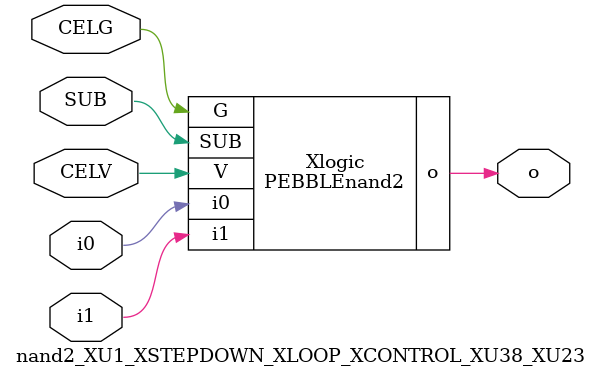
<source format=v>



module PEBBLEnand2 ( o, G, SUB, V, i0, i1 );

  input i0;
  input V;
  input i1;
  input G;
  output o;
  input SUB;
endmodule

//Celera Confidential Do Not Copy nand2_XU1_XSTEPDOWN_XLOOP_XCONTROL_XU38_XU23
//Celera Confidential Symbol Generator
//5V NAND2
module nand2_XU1_XSTEPDOWN_XLOOP_XCONTROL_XU38_XU23 (CELV,CELG,i0,i1,o,SUB);
input CELV;
input CELG;
input i0;
input i1;
input SUB;
output o;

//Celera Confidential Do Not Copy nand2
PEBBLEnand2 Xlogic(
.V (CELV),
.i0 (i0),
.i1 (i1),
.o (o),
.SUB (SUB),
.G (CELG)
);
//,diesize,PEBBLEnand2

//Celera Confidential Do Not Copy Module End
//Celera Schematic Generator
endmodule

</source>
